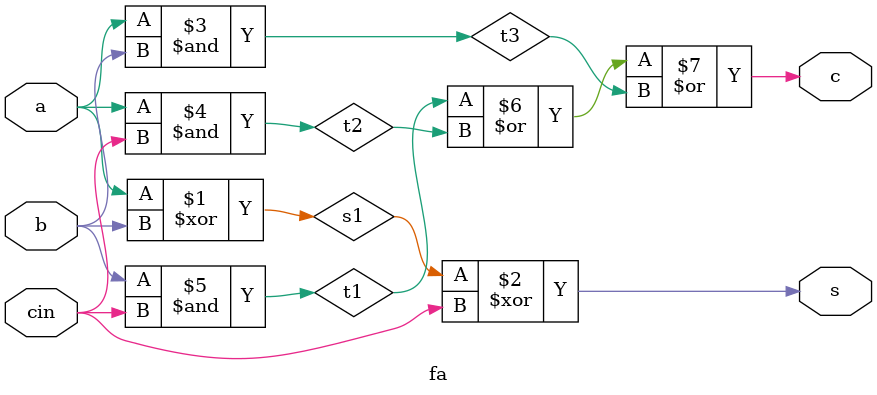
<source format=v>
module fa (
  input a,      // 第一个1位输入
  input b,      // 第二个1位输入
  input cin,    // 进位输入
  output s,     // 和输出
  output c      // 进位输出
);
  // 内部中间信号
  wire s1, t1, t2, t3;
  
  // 计算a和b的异或（半加器的和）
  assign s1 = a^b;
  // 计算最终的和：s1与cin的异或
  assign s = s1^cin;
  
  // 计算进位：a和b的与（半加器的进位）
  assign t3 = a&b;
  // 计算进位：a和cin的与
  assign t2 = a&cin;
  // 计算进位：b和cin的与
  assign t1 = b&cin;
  // 计算最终的进位：三个进位信号的或
  assign c = t1|t2|t3;
endmodule
</source>
